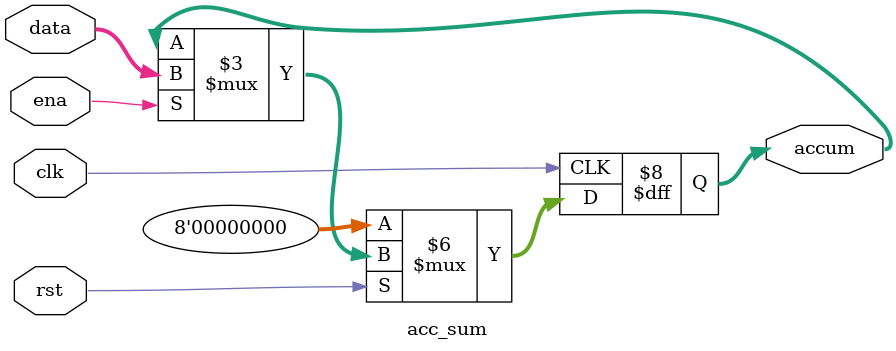
<source format=v>
`timescale 1ns/1ns
module acc_sum(
    clk,
    rst,
    ena,
    data,
    accum
);

input clk;
input rst;
input ena;
input [7:0]data;
output reg [7:0]accum;

always@(posedge clk)
    if(!rst)
        accum <= 8'b0000_0000;
    else if(ena)
        accum <= data;
        
endmodule 
</source>
